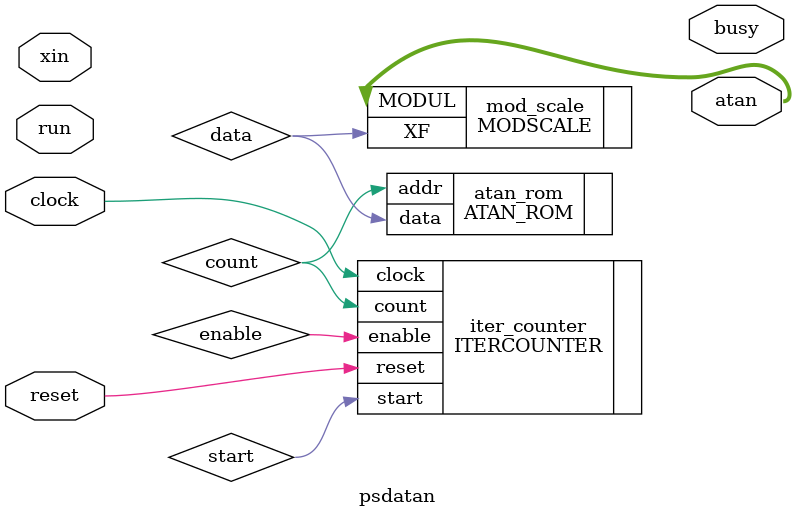
<source format=v>
/*

Tan calculator
 
jca@fe.up.pt, Nov 2018 - May 2022

	This Verilog code is property of University of Porto
	Its utilization beyond the scope of the course Digital Systems Design
	(Projeto de Sistemas Digitais) of the Master in Electrical 
	and Computer Engineering requires explicit authorization from the author.
 
*/

module psdatan(
					input clock,		//master clock
					input reset,		//synch reset, active high
					input run,		    //start a new tan
					output busy,			// busy, high while atan is running
					input [31:0] xin,		// input argument, 32 bit unsigned
					output [15:0] atan	    // atan extendend
				);

wire start, stop;

// Controller:
ITERCOUNTER  iter_counter(
					.clock( clock ),		//master clock
					.reset( reset ),		//synch reset, active high
					.start( start ),		//start a new sqrt
					.enable( enable ),		// Starts math
					.count( count )	        // Square root
				);

// Datapath:
ATAN_ROM atan_rom(
					.addr( count),			//address to search in rom
					.data( data )			//outdata from rom
				);
				


// Datapath:
MODSCALE mod_scale(
					.XF( data ),		//master clock
					.MODUL( atan ),		//synch reset, active high
				);
				
endmodule

</source>
